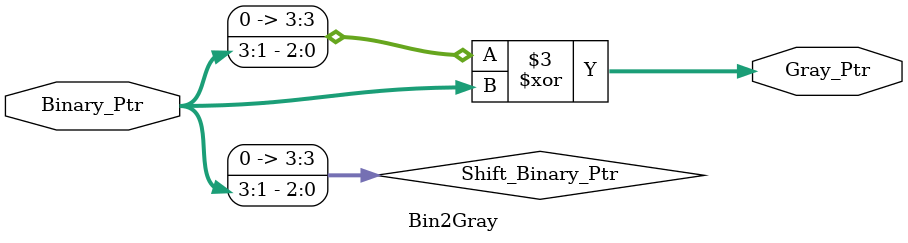
<source format=v>
module Bin2Gray # (
    parameter WIDTH = 4 
) (
    input  wire [WIDTH-1:0] Binary_Ptr ,
    output reg  [WIDTH-1:0] Gray_Ptr
);

reg [WIDTH-1:0]  Shift_Binary_Ptr ;

always @ (*)
    begin
        Shift_Binary_Ptr = Binary_Ptr >> 1;
        Gray_Ptr = Shift_Binary_Ptr ^ Binary_Ptr;
    end

endmodule
</source>
